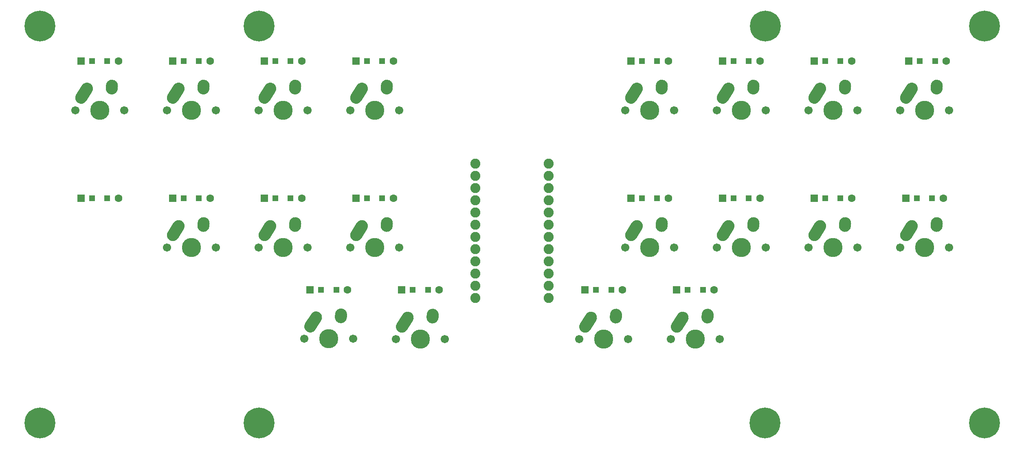
<source format=gbr>
%TF.GenerationSoftware,KiCad,Pcbnew,(5.1.10)-1*%
%TF.CreationDate,2021-10-15T02:03:15+09:00*%
%TF.ProjectId,orca_keyboard,6f726361-5f6b-4657-9962-6f6172642e6b,rev?*%
%TF.SameCoordinates,Original*%
%TF.FileFunction,Soldermask,Top*%
%TF.FilePolarity,Negative*%
%FSLAX46Y46*%
G04 Gerber Fmt 4.6, Leading zero omitted, Abs format (unit mm)*
G04 Created by KiCad (PCBNEW (5.1.10)-1) date 2021-10-15 02:03:15*
%MOMM*%
%LPD*%
G01*
G04 APERTURE LIST*
%ADD10C,6.400000*%
%ADD11C,2.082800*%
%ADD12R,1.200000X1.200000*%
%ADD13R,1.600000X1.600000*%
%ADD14C,1.600000*%
%ADD15C,1.701800*%
%ADD16C,3.987800*%
G04 APERTURE END LIST*
D10*
%TO.C,REF\u002A\u002A*%
X200400000Y86580000D03*
%TD*%
%TO.C,REF\u002A\u002A*%
X154860000Y86580000D03*
%TD*%
%TO.C,REF\u002A\u002A*%
X49620000Y86590000D03*
%TD*%
%TO.C,REF\u002A\u002A*%
X4070000Y86580000D03*
%TD*%
%TO.C,REF\u002A\u002A*%
X200410000Y4070000D03*
%TD*%
%TO.C,REF\u002A\u002A*%
X154840000Y4070000D03*
%TD*%
%TO.C,REF\u002A\u002A*%
X49620000Y4070000D03*
%TD*%
%TO.C,REF\u002A\u002A*%
X4070000Y4070000D03*
%TD*%
D11*
%TO.C,B1*%
X94620000Y58030000D03*
X94620000Y55490000D03*
X94620000Y52950000D03*
X94620000Y50410000D03*
X94620000Y47870000D03*
X94620000Y45330000D03*
X94620000Y42790000D03*
X94620000Y40250000D03*
X94620000Y37710000D03*
X94620000Y35170000D03*
X94620000Y32630000D03*
X94620000Y30090000D03*
X109860000Y30090000D03*
X109860000Y32630000D03*
X109860000Y35170000D03*
X109860000Y37710000D03*
X109860000Y40250000D03*
X109860000Y42790000D03*
X109860000Y45330000D03*
X109860000Y47870000D03*
X109860000Y50410000D03*
X109860000Y52950000D03*
X109860000Y55490000D03*
X109860000Y58030000D03*
%TD*%
D12*
%TO.C,D00*%
X18085000Y79375000D03*
X14935000Y79375000D03*
D13*
X12610000Y79375000D03*
D14*
X20410000Y79375000D03*
%TD*%
%TO.C,D01*%
X39460000Y79375000D03*
D13*
X31660000Y79375000D03*
D12*
X33985000Y79375000D03*
X37135000Y79375000D03*
%TD*%
%TO.C,D02*%
X56185000Y79375000D03*
X53035000Y79375000D03*
D13*
X50710000Y79375000D03*
D14*
X58510000Y79375000D03*
%TD*%
%TO.C,D03*%
X77560000Y79375000D03*
D13*
X69760000Y79375000D03*
D12*
X72085000Y79375000D03*
X75235000Y79375000D03*
%TD*%
D14*
%TO.C,D04*%
X134710000Y79375000D03*
D13*
X126910000Y79375000D03*
D12*
X129235000Y79375000D03*
X132385000Y79375000D03*
%TD*%
D14*
%TO.C,D05*%
X153760000Y79375000D03*
D13*
X145960000Y79375000D03*
D12*
X148285000Y79375000D03*
X151435000Y79375000D03*
%TD*%
%TO.C,D06*%
X170485000Y79375000D03*
X167335000Y79375000D03*
D13*
X165010000Y79375000D03*
D14*
X172810000Y79375000D03*
%TD*%
%TO.C,D07*%
X192495000Y79375000D03*
D13*
X184695000Y79375000D03*
D12*
X187020000Y79375000D03*
X190170000Y79375000D03*
%TD*%
%TO.C,D10*%
X18085000Y50800000D03*
X14935000Y50800000D03*
D13*
X12610000Y50800000D03*
D14*
X20410000Y50800000D03*
%TD*%
%TO.C,D11*%
X39460000Y50800000D03*
D13*
X31660000Y50800000D03*
D12*
X33985000Y50800000D03*
X37135000Y50800000D03*
%TD*%
D14*
%TO.C,D12*%
X58510000Y50800000D03*
D13*
X50710000Y50800000D03*
D12*
X53035000Y50800000D03*
X56185000Y50800000D03*
%TD*%
%TO.C,D13*%
X75235000Y50800000D03*
X72085000Y50800000D03*
D13*
X69760000Y50800000D03*
D14*
X77560000Y50800000D03*
%TD*%
D12*
%TO.C,D14*%
X132385000Y50800000D03*
X129235000Y50800000D03*
D13*
X126910000Y50800000D03*
D14*
X134710000Y50800000D03*
%TD*%
%TO.C,D15*%
X153760000Y50800000D03*
D13*
X145960000Y50800000D03*
D12*
X148285000Y50800000D03*
X151435000Y50800000D03*
%TD*%
D14*
%TO.C,D16*%
X172810000Y50800000D03*
D13*
X165010000Y50800000D03*
D12*
X167335000Y50800000D03*
X170485000Y50800000D03*
%TD*%
%TO.C,D17*%
X189535000Y50800000D03*
X186385000Y50800000D03*
D13*
X184060000Y50800000D03*
D14*
X191860000Y50800000D03*
%TD*%
%TO.C,D22*%
X68035000Y31750000D03*
D13*
X60235000Y31750000D03*
D12*
X62560000Y31750000D03*
X65710000Y31750000D03*
%TD*%
%TO.C,D23*%
X84760000Y31750000D03*
X81610000Y31750000D03*
D13*
X79285000Y31750000D03*
D14*
X87085000Y31750000D03*
%TD*%
D12*
%TO.C,D24*%
X122860000Y31750000D03*
X119710000Y31750000D03*
D13*
X117385000Y31750000D03*
D14*
X125185000Y31750000D03*
%TD*%
D12*
%TO.C,D25*%
X141910000Y31750000D03*
X138760000Y31750000D03*
D13*
X136435000Y31750000D03*
D14*
X144235000Y31750000D03*
%TD*%
%TO.C,K00*%
G36*
G01*
X17783171Y73715691D02*
X17822619Y74294347D01*
G75*
G02*
X19154743Y75456433I1247105J-85019D01*
G01*
X19154743Y75456433D01*
G75*
G02*
X20316829Y74124309I-85019J-1247105D01*
G01*
X20277381Y73545653D01*
G75*
G02*
X18945257Y72383567I-1247105J85019D01*
G01*
X18945257Y72383567D01*
G75*
G02*
X17783171Y73715691I85019J1247105D01*
G01*
G37*
G36*
G01*
X11616299Y72372810D02*
X12825223Y74270440D01*
G75*
G02*
X14551087Y74653054I1054239J-671625D01*
G01*
X14551087Y74653054D01*
G75*
G02*
X14933701Y72927190I-671625J-1054239D01*
G01*
X13724777Y71029560D01*
G75*
G02*
X11998913Y70646946I-1054239J671625D01*
G01*
X11998913Y70646946D01*
G75*
G02*
X11616299Y72372810I671625J1054239D01*
G01*
G37*
D15*
X21610000Y69130000D03*
X11450000Y69130000D03*
D16*
X16530000Y69130000D03*
%TD*%
%TO.C,K01*%
X35580000Y69130000D03*
D15*
X30500000Y69130000D03*
X40660000Y69130000D03*
G36*
G01*
X30666299Y72372810D02*
X31875223Y74270440D01*
G75*
G02*
X33601087Y74653054I1054239J-671625D01*
G01*
X33601087Y74653054D01*
G75*
G02*
X33983701Y72927190I-671625J-1054239D01*
G01*
X32774777Y71029560D01*
G75*
G02*
X31048913Y70646946I-1054239J671625D01*
G01*
X31048913Y70646946D01*
G75*
G02*
X30666299Y72372810I671625J1054239D01*
G01*
G37*
G36*
G01*
X36833171Y73715691D02*
X36872619Y74294347D01*
G75*
G02*
X38204743Y75456433I1247105J-85019D01*
G01*
X38204743Y75456433D01*
G75*
G02*
X39366829Y74124309I-85019J-1247105D01*
G01*
X39327381Y73545653D01*
G75*
G02*
X37995257Y72383567I-1247105J85019D01*
G01*
X37995257Y72383567D01*
G75*
G02*
X36833171Y73715691I85019J1247105D01*
G01*
G37*
%TD*%
%TO.C,K02*%
G36*
G01*
X55883171Y73715691D02*
X55922619Y74294347D01*
G75*
G02*
X57254743Y75456433I1247105J-85019D01*
G01*
X57254743Y75456433D01*
G75*
G02*
X58416829Y74124309I-85019J-1247105D01*
G01*
X58377381Y73545653D01*
G75*
G02*
X57045257Y72383567I-1247105J85019D01*
G01*
X57045257Y72383567D01*
G75*
G02*
X55883171Y73715691I85019J1247105D01*
G01*
G37*
G36*
G01*
X49716299Y72372810D02*
X50925223Y74270440D01*
G75*
G02*
X52651087Y74653054I1054239J-671625D01*
G01*
X52651087Y74653054D01*
G75*
G02*
X53033701Y72927190I-671625J-1054239D01*
G01*
X51824777Y71029560D01*
G75*
G02*
X50098913Y70646946I-1054239J671625D01*
G01*
X50098913Y70646946D01*
G75*
G02*
X49716299Y72372810I671625J1054239D01*
G01*
G37*
X59710000Y69130000D03*
X49550000Y69130000D03*
D16*
X54630000Y69130000D03*
%TD*%
%TO.C,K03*%
X73680000Y69130000D03*
D15*
X68600000Y69130000D03*
X78760000Y69130000D03*
G36*
G01*
X68766299Y72372810D02*
X69975223Y74270440D01*
G75*
G02*
X71701087Y74653054I1054239J-671625D01*
G01*
X71701087Y74653054D01*
G75*
G02*
X72083701Y72927190I-671625J-1054239D01*
G01*
X70874777Y71029560D01*
G75*
G02*
X69148913Y70646946I-1054239J671625D01*
G01*
X69148913Y70646946D01*
G75*
G02*
X68766299Y72372810I671625J1054239D01*
G01*
G37*
G36*
G01*
X74933171Y73715691D02*
X74972619Y74294347D01*
G75*
G02*
X76304743Y75456433I1247105J-85019D01*
G01*
X76304743Y75456433D01*
G75*
G02*
X77466829Y74124309I-85019J-1247105D01*
G01*
X77427381Y73545653D01*
G75*
G02*
X76095257Y72383567I-1247105J85019D01*
G01*
X76095257Y72383567D01*
G75*
G02*
X74933171Y73715691I85019J1247105D01*
G01*
G37*
%TD*%
%TO.C,K04*%
G36*
G01*
X132083171Y73715691D02*
X132122619Y74294347D01*
G75*
G02*
X133454743Y75456433I1247105J-85019D01*
G01*
X133454743Y75456433D01*
G75*
G02*
X134616829Y74124309I-85019J-1247105D01*
G01*
X134577381Y73545653D01*
G75*
G02*
X133245257Y72383567I-1247105J85019D01*
G01*
X133245257Y72383567D01*
G75*
G02*
X132083171Y73715691I85019J1247105D01*
G01*
G37*
G36*
G01*
X125916299Y72372810D02*
X127125223Y74270440D01*
G75*
G02*
X128851087Y74653054I1054239J-671625D01*
G01*
X128851087Y74653054D01*
G75*
G02*
X129233701Y72927190I-671625J-1054239D01*
G01*
X128024777Y71029560D01*
G75*
G02*
X126298913Y70646946I-1054239J671625D01*
G01*
X126298913Y70646946D01*
G75*
G02*
X125916299Y72372810I671625J1054239D01*
G01*
G37*
X135910000Y69130000D03*
X125750000Y69130000D03*
D16*
X130830000Y69130000D03*
%TD*%
%TO.C,K05*%
X149880000Y69130000D03*
D15*
X144800000Y69130000D03*
X154960000Y69130000D03*
G36*
G01*
X144966299Y72372810D02*
X146175223Y74270440D01*
G75*
G02*
X147901087Y74653054I1054239J-671625D01*
G01*
X147901087Y74653054D01*
G75*
G02*
X148283701Y72927190I-671625J-1054239D01*
G01*
X147074777Y71029560D01*
G75*
G02*
X145348913Y70646946I-1054239J671625D01*
G01*
X145348913Y70646946D01*
G75*
G02*
X144966299Y72372810I671625J1054239D01*
G01*
G37*
G36*
G01*
X151133171Y73715691D02*
X151172619Y74294347D01*
G75*
G02*
X152504743Y75456433I1247105J-85019D01*
G01*
X152504743Y75456433D01*
G75*
G02*
X153666829Y74124309I-85019J-1247105D01*
G01*
X153627381Y73545653D01*
G75*
G02*
X152295257Y72383567I-1247105J85019D01*
G01*
X152295257Y72383567D01*
G75*
G02*
X151133171Y73715691I85019J1247105D01*
G01*
G37*
%TD*%
%TO.C,K06*%
G36*
G01*
X170183171Y73715691D02*
X170222619Y74294347D01*
G75*
G02*
X171554743Y75456433I1247105J-85019D01*
G01*
X171554743Y75456433D01*
G75*
G02*
X172716829Y74124309I-85019J-1247105D01*
G01*
X172677381Y73545653D01*
G75*
G02*
X171345257Y72383567I-1247105J85019D01*
G01*
X171345257Y72383567D01*
G75*
G02*
X170183171Y73715691I85019J1247105D01*
G01*
G37*
G36*
G01*
X164016299Y72372810D02*
X165225223Y74270440D01*
G75*
G02*
X166951087Y74653054I1054239J-671625D01*
G01*
X166951087Y74653054D01*
G75*
G02*
X167333701Y72927190I-671625J-1054239D01*
G01*
X166124777Y71029560D01*
G75*
G02*
X164398913Y70646946I-1054239J671625D01*
G01*
X164398913Y70646946D01*
G75*
G02*
X164016299Y72372810I671625J1054239D01*
G01*
G37*
X174010000Y69130000D03*
X163850000Y69130000D03*
D16*
X168930000Y69130000D03*
%TD*%
%TO.C,K07*%
X187980000Y69130000D03*
D15*
X182900000Y69130000D03*
X193060000Y69130000D03*
G36*
G01*
X183066299Y72372810D02*
X184275223Y74270440D01*
G75*
G02*
X186001087Y74653054I1054239J-671625D01*
G01*
X186001087Y74653054D01*
G75*
G02*
X186383701Y72927190I-671625J-1054239D01*
G01*
X185174777Y71029560D01*
G75*
G02*
X183448913Y70646946I-1054239J671625D01*
G01*
X183448913Y70646946D01*
G75*
G02*
X183066299Y72372810I671625J1054239D01*
G01*
G37*
G36*
G01*
X189233171Y73715691D02*
X189272619Y74294347D01*
G75*
G02*
X190604743Y75456433I1247105J-85019D01*
G01*
X190604743Y75456433D01*
G75*
G02*
X191766829Y74124309I-85019J-1247105D01*
G01*
X191727381Y73545653D01*
G75*
G02*
X190395257Y72383567I-1247105J85019D01*
G01*
X190395257Y72383567D01*
G75*
G02*
X189233171Y73715691I85019J1247105D01*
G01*
G37*
%TD*%
%TO.C,K11*%
G36*
G01*
X36833171Y45135691D02*
X36872619Y45714347D01*
G75*
G02*
X38204743Y46876433I1247105J-85019D01*
G01*
X38204743Y46876433D01*
G75*
G02*
X39366829Y45544309I-85019J-1247105D01*
G01*
X39327381Y44965653D01*
G75*
G02*
X37995257Y43803567I-1247105J85019D01*
G01*
X37995257Y43803567D01*
G75*
G02*
X36833171Y45135691I85019J1247105D01*
G01*
G37*
G36*
G01*
X30666299Y43792810D02*
X31875223Y45690440D01*
G75*
G02*
X33601087Y46073054I1054239J-671625D01*
G01*
X33601087Y46073054D01*
G75*
G02*
X33983701Y44347190I-671625J-1054239D01*
G01*
X32774777Y42449560D01*
G75*
G02*
X31048913Y42066946I-1054239J671625D01*
G01*
X31048913Y42066946D01*
G75*
G02*
X30666299Y43792810I671625J1054239D01*
G01*
G37*
X40660000Y40550000D03*
X30500000Y40550000D03*
D16*
X35580000Y40550000D03*
%TD*%
%TO.C,K12*%
X54630000Y40550000D03*
D15*
X49550000Y40550000D03*
X59710000Y40550000D03*
G36*
G01*
X49716299Y43792810D02*
X50925223Y45690440D01*
G75*
G02*
X52651087Y46073054I1054239J-671625D01*
G01*
X52651087Y46073054D01*
G75*
G02*
X53033701Y44347190I-671625J-1054239D01*
G01*
X51824777Y42449560D01*
G75*
G02*
X50098913Y42066946I-1054239J671625D01*
G01*
X50098913Y42066946D01*
G75*
G02*
X49716299Y43792810I671625J1054239D01*
G01*
G37*
G36*
G01*
X55883171Y45135691D02*
X55922619Y45714347D01*
G75*
G02*
X57254743Y46876433I1247105J-85019D01*
G01*
X57254743Y46876433D01*
G75*
G02*
X58416829Y45544309I-85019J-1247105D01*
G01*
X58377381Y44965653D01*
G75*
G02*
X57045257Y43803567I-1247105J85019D01*
G01*
X57045257Y43803567D01*
G75*
G02*
X55883171Y45135691I85019J1247105D01*
G01*
G37*
%TD*%
%TO.C,K13*%
G36*
G01*
X74933171Y45135691D02*
X74972619Y45714347D01*
G75*
G02*
X76304743Y46876433I1247105J-85019D01*
G01*
X76304743Y46876433D01*
G75*
G02*
X77466829Y45544309I-85019J-1247105D01*
G01*
X77427381Y44965653D01*
G75*
G02*
X76095257Y43803567I-1247105J85019D01*
G01*
X76095257Y43803567D01*
G75*
G02*
X74933171Y45135691I85019J1247105D01*
G01*
G37*
G36*
G01*
X68766299Y43792810D02*
X69975223Y45690440D01*
G75*
G02*
X71701087Y46073054I1054239J-671625D01*
G01*
X71701087Y46073054D01*
G75*
G02*
X72083701Y44347190I-671625J-1054239D01*
G01*
X70874777Y42449560D01*
G75*
G02*
X69148913Y42066946I-1054239J671625D01*
G01*
X69148913Y42066946D01*
G75*
G02*
X68766299Y43792810I671625J1054239D01*
G01*
G37*
X78760000Y40550000D03*
X68600000Y40550000D03*
D16*
X73680000Y40550000D03*
%TD*%
%TO.C,K14*%
X130830000Y40550000D03*
D15*
X125750000Y40550000D03*
X135910000Y40550000D03*
G36*
G01*
X125916299Y43792810D02*
X127125223Y45690440D01*
G75*
G02*
X128851087Y46073054I1054239J-671625D01*
G01*
X128851087Y46073054D01*
G75*
G02*
X129233701Y44347190I-671625J-1054239D01*
G01*
X128024777Y42449560D01*
G75*
G02*
X126298913Y42066946I-1054239J671625D01*
G01*
X126298913Y42066946D01*
G75*
G02*
X125916299Y43792810I671625J1054239D01*
G01*
G37*
G36*
G01*
X132083171Y45135691D02*
X132122619Y45714347D01*
G75*
G02*
X133454743Y46876433I1247105J-85019D01*
G01*
X133454743Y46876433D01*
G75*
G02*
X134616829Y45544309I-85019J-1247105D01*
G01*
X134577381Y44965653D01*
G75*
G02*
X133245257Y43803567I-1247105J85019D01*
G01*
X133245257Y43803567D01*
G75*
G02*
X132083171Y45135691I85019J1247105D01*
G01*
G37*
%TD*%
%TO.C,K15*%
G36*
G01*
X151133171Y45135691D02*
X151172619Y45714347D01*
G75*
G02*
X152504743Y46876433I1247105J-85019D01*
G01*
X152504743Y46876433D01*
G75*
G02*
X153666829Y45544309I-85019J-1247105D01*
G01*
X153627381Y44965653D01*
G75*
G02*
X152295257Y43803567I-1247105J85019D01*
G01*
X152295257Y43803567D01*
G75*
G02*
X151133171Y45135691I85019J1247105D01*
G01*
G37*
G36*
G01*
X144966299Y43792810D02*
X146175223Y45690440D01*
G75*
G02*
X147901087Y46073054I1054239J-671625D01*
G01*
X147901087Y46073054D01*
G75*
G02*
X148283701Y44347190I-671625J-1054239D01*
G01*
X147074777Y42449560D01*
G75*
G02*
X145348913Y42066946I-1054239J671625D01*
G01*
X145348913Y42066946D01*
G75*
G02*
X144966299Y43792810I671625J1054239D01*
G01*
G37*
X154960000Y40550000D03*
X144800000Y40550000D03*
D16*
X149880000Y40550000D03*
%TD*%
%TO.C,K16*%
X168930000Y40550000D03*
D15*
X163850000Y40550000D03*
X174010000Y40550000D03*
G36*
G01*
X164016299Y43792810D02*
X165225223Y45690440D01*
G75*
G02*
X166951087Y46073054I1054239J-671625D01*
G01*
X166951087Y46073054D01*
G75*
G02*
X167333701Y44347190I-671625J-1054239D01*
G01*
X166124777Y42449560D01*
G75*
G02*
X164398913Y42066946I-1054239J671625D01*
G01*
X164398913Y42066946D01*
G75*
G02*
X164016299Y43792810I671625J1054239D01*
G01*
G37*
G36*
G01*
X170183171Y45135691D02*
X170222619Y45714347D01*
G75*
G02*
X171554743Y46876433I1247105J-85019D01*
G01*
X171554743Y46876433D01*
G75*
G02*
X172716829Y45544309I-85019J-1247105D01*
G01*
X172677381Y44965653D01*
G75*
G02*
X171345257Y43803567I-1247105J85019D01*
G01*
X171345257Y43803567D01*
G75*
G02*
X170183171Y45135691I85019J1247105D01*
G01*
G37*
%TD*%
%TO.C,K17*%
G36*
G01*
X189233171Y45135691D02*
X189272619Y45714347D01*
G75*
G02*
X190604743Y46876433I1247105J-85019D01*
G01*
X190604743Y46876433D01*
G75*
G02*
X191766829Y45544309I-85019J-1247105D01*
G01*
X191727381Y44965653D01*
G75*
G02*
X190395257Y43803567I-1247105J85019D01*
G01*
X190395257Y43803567D01*
G75*
G02*
X189233171Y45135691I85019J1247105D01*
G01*
G37*
G36*
G01*
X183066299Y43792810D02*
X184275223Y45690440D01*
G75*
G02*
X186001087Y46073054I1054239J-671625D01*
G01*
X186001087Y46073054D01*
G75*
G02*
X186383701Y44347190I-671625J-1054239D01*
G01*
X185174777Y42449560D01*
G75*
G02*
X183448913Y42066946I-1054239J671625D01*
G01*
X183448913Y42066946D01*
G75*
G02*
X183066299Y43792810I671625J1054239D01*
G01*
G37*
X193060000Y40550000D03*
X182900000Y40550000D03*
D16*
X187980000Y40550000D03*
%TD*%
%TO.C,K22*%
X64150000Y21550000D03*
D15*
X59070000Y21550000D03*
X69230000Y21550000D03*
G36*
G01*
X59236299Y24792810D02*
X60445223Y26690440D01*
G75*
G02*
X62171087Y27073054I1054239J-671625D01*
G01*
X62171087Y27073054D01*
G75*
G02*
X62553701Y25347190I-671625J-1054239D01*
G01*
X61344777Y23449560D01*
G75*
G02*
X59618913Y23066946I-1054239J671625D01*
G01*
X59618913Y23066946D01*
G75*
G02*
X59236299Y24792810I671625J1054239D01*
G01*
G37*
G36*
G01*
X65403171Y26135691D02*
X65442619Y26714347D01*
G75*
G02*
X66774743Y27876433I1247105J-85019D01*
G01*
X66774743Y27876433D01*
G75*
G02*
X67936829Y26544309I-85019J-1247105D01*
G01*
X67897381Y25965653D01*
G75*
G02*
X66565257Y24803567I-1247105J85019D01*
G01*
X66565257Y24803567D01*
G75*
G02*
X65403171Y26135691I85019J1247105D01*
G01*
G37*
%TD*%
D16*
%TO.C,K23*%
X83200000Y21500000D03*
D15*
X78120000Y21500000D03*
X88280000Y21500000D03*
G36*
G01*
X78286299Y24742810D02*
X79495223Y26640440D01*
G75*
G02*
X81221087Y27023054I1054239J-671625D01*
G01*
X81221087Y27023054D01*
G75*
G02*
X81603701Y25297190I-671625J-1054239D01*
G01*
X80394777Y23399560D01*
G75*
G02*
X78668913Y23016946I-1054239J671625D01*
G01*
X78668913Y23016946D01*
G75*
G02*
X78286299Y24742810I671625J1054239D01*
G01*
G37*
G36*
G01*
X84453171Y26085691D02*
X84492619Y26664347D01*
G75*
G02*
X85824743Y27826433I1247105J-85019D01*
G01*
X85824743Y27826433D01*
G75*
G02*
X86986829Y26494309I-85019J-1247105D01*
G01*
X86947381Y25915653D01*
G75*
G02*
X85615257Y24753567I-1247105J85019D01*
G01*
X85615257Y24753567D01*
G75*
G02*
X84453171Y26085691I85019J1247105D01*
G01*
G37*
%TD*%
%TO.C,K24*%
G36*
G01*
X122553171Y26085691D02*
X122592619Y26664347D01*
G75*
G02*
X123924743Y27826433I1247105J-85019D01*
G01*
X123924743Y27826433D01*
G75*
G02*
X125086829Y26494309I-85019J-1247105D01*
G01*
X125047381Y25915653D01*
G75*
G02*
X123715257Y24753567I-1247105J85019D01*
G01*
X123715257Y24753567D01*
G75*
G02*
X122553171Y26085691I85019J1247105D01*
G01*
G37*
G36*
G01*
X116386299Y24742810D02*
X117595223Y26640440D01*
G75*
G02*
X119321087Y27023054I1054239J-671625D01*
G01*
X119321087Y27023054D01*
G75*
G02*
X119703701Y25297190I-671625J-1054239D01*
G01*
X118494777Y23399560D01*
G75*
G02*
X116768913Y23016946I-1054239J671625D01*
G01*
X116768913Y23016946D01*
G75*
G02*
X116386299Y24742810I671625J1054239D01*
G01*
G37*
X126380000Y21500000D03*
X116220000Y21500000D03*
D16*
X121300000Y21500000D03*
%TD*%
%TO.C,K25*%
G36*
G01*
X141603171Y26085691D02*
X141642619Y26664347D01*
G75*
G02*
X142974743Y27826433I1247105J-85019D01*
G01*
X142974743Y27826433D01*
G75*
G02*
X144136829Y26494309I-85019J-1247105D01*
G01*
X144097381Y25915653D01*
G75*
G02*
X142765257Y24753567I-1247105J85019D01*
G01*
X142765257Y24753567D01*
G75*
G02*
X141603171Y26085691I85019J1247105D01*
G01*
G37*
G36*
G01*
X135436299Y24742810D02*
X136645223Y26640440D01*
G75*
G02*
X138371087Y27023054I1054239J-671625D01*
G01*
X138371087Y27023054D01*
G75*
G02*
X138753701Y25297190I-671625J-1054239D01*
G01*
X137544777Y23399560D01*
G75*
G02*
X135818913Y23016946I-1054239J671625D01*
G01*
X135818913Y23016946D01*
G75*
G02*
X135436299Y24742810I671625J1054239D01*
G01*
G37*
D15*
X145430000Y21500000D03*
X135270000Y21500000D03*
D16*
X140350000Y21500000D03*
%TD*%
M02*

</source>
